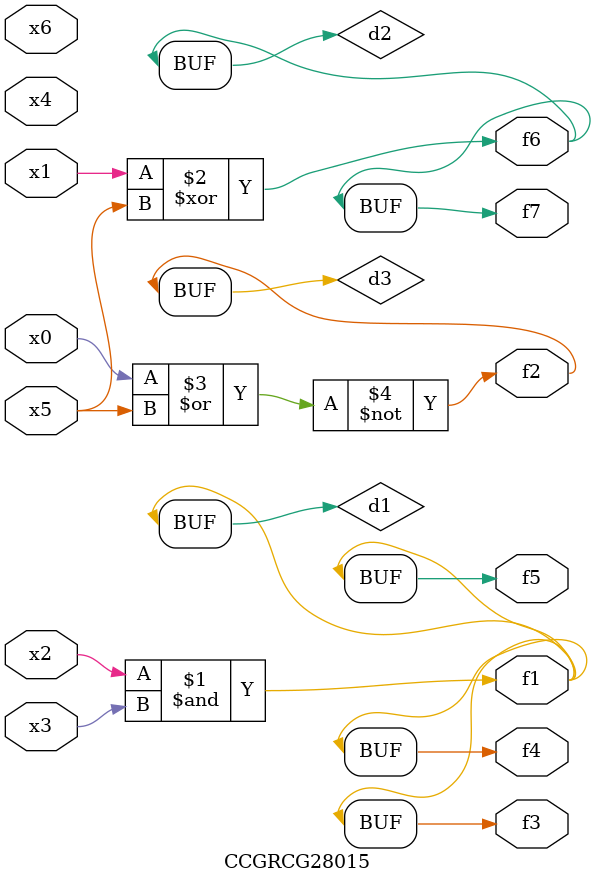
<source format=v>
module CCGRCG28015(
	input x0, x1, x2, x3, x4, x5, x6,
	output f1, f2, f3, f4, f5, f6, f7
);

	wire d1, d2, d3;

	and (d1, x2, x3);
	xor (d2, x1, x5);
	nor (d3, x0, x5);
	assign f1 = d1;
	assign f2 = d3;
	assign f3 = d1;
	assign f4 = d1;
	assign f5 = d1;
	assign f6 = d2;
	assign f7 = d2;
endmodule

</source>
